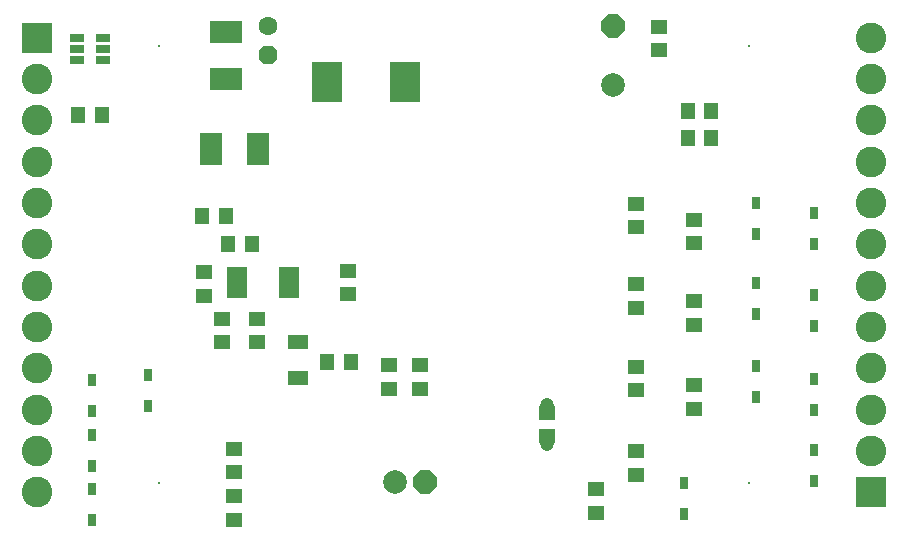
<source format=gbs>
G04*
G04 #@! TF.GenerationSoftware,Altium Limited,Altium Designer,21.7.2 (23)*
G04*
G04 Layer_Color=16711935*
%FSLAX44Y44*%
%MOMM*%
G71*
G04*
G04 #@! TF.SameCoordinates,E4638E92-537D-4F49-80B5-2F4EAB31F582*
G04*
G04*
G04 #@! TF.FilePolarity,Negative*
G04*
G01*
G75*
%ADD22R,1.2032X1.4532*%
%ADD23R,1.4532X1.2032*%
%ADD31C,2.0032*%
%ADD32P,2.1683X8X292.5*%
%ADD33C,1.6032*%
%ADD34P,1.7353X8X112.5*%
%ADD35P,2.1683X8X202.5*%
%ADD36C,2.6032*%
%ADD37R,2.6032X2.6032*%
%ADD38C,0.2032*%
%ADD39C,1.2032*%
%ADD72R,0.7032X1.0532*%
%ADD73R,1.6532X0.6532*%
%ADD74R,1.3032X0.8032*%
%ADD75R,2.7032X1.9032*%
%ADD76R,1.9032X2.7032*%
%ADD77R,1.8032X1.2032*%
%ADD78R,2.6032X3.5032*%
D22*
X739000Y753000D02*
D03*
X759000D02*
D03*
X612000Y862000D02*
D03*
X632000D02*
D03*
X842500Y653000D02*
D03*
X822500D02*
D03*
X717000Y776000D02*
D03*
X737000D02*
D03*
X1148000Y842376D02*
D03*
X1128000D02*
D03*
X1128000Y865000D02*
D03*
X1148000D02*
D03*
D23*
X901250Y650250D02*
D03*
Y630250D02*
D03*
X874917Y650250D02*
D03*
Y630250D02*
D03*
X1084299Y786701D02*
D03*
Y766701D02*
D03*
X1132942Y753412D02*
D03*
Y773412D02*
D03*
X1084299Y718542D02*
D03*
Y698542D02*
D03*
X1132942Y684325D02*
D03*
Y704325D02*
D03*
X1132942Y613059D02*
D03*
Y633059D02*
D03*
X763250Y689547D02*
D03*
Y669547D02*
D03*
X733500Y689547D02*
D03*
Y669547D02*
D03*
X840000Y730000D02*
D03*
Y710000D02*
D03*
X718420Y729000D02*
D03*
Y709000D02*
D03*
X1008500Y609750D02*
D03*
Y589750D02*
D03*
X744000Y519000D02*
D03*
Y539000D02*
D03*
X744000Y579491D02*
D03*
Y559491D02*
D03*
X1104000Y916750D02*
D03*
Y936750D02*
D03*
X1084299Y648744D02*
D03*
Y628744D02*
D03*
X1084299Y577250D02*
D03*
Y557250D02*
D03*
X1050000Y525000D02*
D03*
Y545000D02*
D03*
D31*
X1065000Y887500D02*
D03*
X880000Y551000D02*
D03*
D32*
X1065000Y937500D02*
D03*
D33*
X772500Y937500D02*
D03*
D34*
Y912500D02*
D03*
D35*
X905400Y551000D02*
D03*
D36*
X1283000Y927500D02*
D03*
Y892500D02*
D03*
Y857500D02*
D03*
Y822500D02*
D03*
Y787500D02*
D03*
Y752500D02*
D03*
Y577500D02*
D03*
Y612500D02*
D03*
Y647500D02*
D03*
Y717500D02*
D03*
Y682500D02*
D03*
X577000Y542500D02*
D03*
Y577500D02*
D03*
Y612500D02*
D03*
Y647500D02*
D03*
Y682500D02*
D03*
Y717500D02*
D03*
Y892500D02*
D03*
Y857500D02*
D03*
Y822500D02*
D03*
Y752500D02*
D03*
Y787500D02*
D03*
D37*
X1283000Y542500D02*
D03*
X577000Y927500D02*
D03*
D38*
X680000Y550000D02*
D03*
X1180000Y920000D02*
D03*
Y550000D02*
D03*
X680000Y920000D02*
D03*
D39*
X817000Y891000D02*
D03*
X1008457Y583204D02*
D03*
X1008474Y616298D02*
D03*
X829000Y879000D02*
D03*
Y901000D02*
D03*
X1104000Y936750D02*
D03*
D72*
X1235010Y752662D02*
D03*
Y778662D02*
D03*
X670750Y641500D02*
D03*
Y615500D02*
D03*
X623207Y545362D02*
D03*
Y519361D02*
D03*
X623500Y564692D02*
D03*
Y590692D02*
D03*
X1186148Y761451D02*
D03*
Y787451D02*
D03*
X1186148Y693292D02*
D03*
Y719292D02*
D03*
X623500Y611246D02*
D03*
Y637246D02*
D03*
X1235010Y709576D02*
D03*
Y683576D02*
D03*
X1235010Y638309D02*
D03*
Y612309D02*
D03*
X1186148Y623494D02*
D03*
Y649494D02*
D03*
X1125140Y550250D02*
D03*
Y524250D02*
D03*
X1235010Y552000D02*
D03*
Y578000D02*
D03*
D73*
X790000Y710000D02*
D03*
Y716500D02*
D03*
Y723000D02*
D03*
Y729500D02*
D03*
X746000Y710000D02*
D03*
Y716500D02*
D03*
Y723000D02*
D03*
Y729500D02*
D03*
D74*
X633000Y927500D02*
D03*
Y918000D02*
D03*
Y908500D02*
D03*
X611000D02*
D03*
Y918000D02*
D03*
Y927500D02*
D03*
D75*
X737000Y892000D02*
D03*
Y932000D02*
D03*
D76*
X724500Y833250D02*
D03*
X764500D02*
D03*
D77*
X798133Y669434D02*
D03*
Y639434D02*
D03*
D78*
X888500Y890000D02*
D03*
X822500D02*
D03*
M02*

</source>
